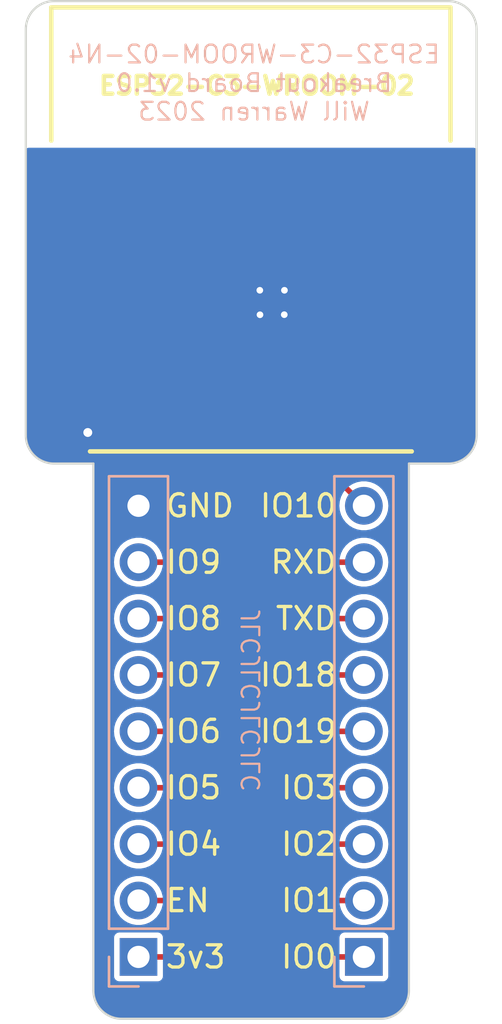
<source format=kicad_pcb>
(kicad_pcb (version 20221018) (generator pcbnew)
  (layers (0 "F.Cu" signal) (31 "B.Cu" signal) (34 "B.Paste" user) (35 "F.Paste" user) (36 "B.SilkS" user "B.Silkscreen") (37 "F.SilkS" user "F.Silkscreen") (38 "B.Mask" user) (39 "F.Mask" user) (44 "Edge.Cuts" user))
  (net 0 "")
  (net 1 "+3V3")
  (net 2 "GND")
  (net 3 "EN")
  (net 4 "IO0")
  (net 5 "IO1")
  (net 6 "IO2")
  (net 7 "IO3")
  (net 8 "IO19")
  (net 9 "IO18")
  (net 10 "TXD")
  (net 11 "RXD")
  (net 12 "IO10")
  (net 13 "IO9")
  (net 14 "IO8")
  (net 15 "IO7")
  (net 16 "IO6")
  (net 17 "IO5")
  (net 18 "IO4")
  (footprint "ESP32-C3-WROOM-02-N4:ESP32C3WROOM02N4" (layer "F.Cu") (at 176.207 71.495)
    (fp_text reference "IC1" hide)
    (fp_text value "ESP32-C3-WROOM-02-N4" hide)
    (fp_line (start -9.96 -13.3) (end -9.96 -13.3) (stroke (width 0.2)) (layer "F.SilkS"))
    (fp_line (start -9.96 -13.3) (end -9.96 -13.3) (stroke (width 0.2)) (layer "F.SilkS"))
    (fp_line (start -9.96 -13.3) (end -9.96 -7.3) (stroke (width 0.2)) (layer "F.SilkS"))
    (fp_line (start -9.96 -13.3) (end 8.04 -13.3) (stroke (width 0.2)) (layer "F.SilkS"))
    (fp_line (start -9.96 -7.3) (end -9.96 -13.3) (stroke (width 0.2)) (layer "F.SilkS"))
    (fp_line (start -9.96 -7.3) (end -9.96 -7.3) (stroke (width 0.2)) (layer "F.SilkS"))
    (fp_line (start -8.21 6.7) (end -8.21 6.7) (stroke (width 0.2)) (layer "F.SilkS"))
    (fp_line (start -8.21 6.7) (end 6.29 6.7) (stroke (width 0.2)) (layer "F.SilkS"))
    (fp_line (start 6.29 6.7) (end -8.21 6.7) (stroke (width 0.2)) (layer "F.SilkS"))
    (fp_line (start 6.29 6.7) (end 6.29 6.7) (stroke (width 0.2)) (layer "F.SilkS"))
    (fp_line (start 8.04 -13.3) (end -9.96 -13.3) (stroke (width 0.2)) (layer "F.SilkS"))
    (fp_line (start 8.04 -13.3) (end 8.04 -13.3) (stroke (width 0.2)) (layer "F.SilkS"))
    (fp_line (start 8.04 -13.3) (end 8.04 -13.3) (stroke (width 0.2)) (layer "F.SilkS"))
    (fp_line (start 8.04 -13.3) (end 8.04 -7.3) (stroke (width 0.2)) (layer "F.SilkS"))
    (fp_line (start 8.04 -7.3) (end 8.04 -13.3) (stroke (width 0.2)) (layer "F.SilkS"))
    (fp_line (start 8.04 -7.3) (end 8.04 -7.3) (stroke (width 0.2)) (layer "F.SilkS"))
    (pad "1" smd rect (at -9.71 -6.2 90) (size 0.9 1.5) (layers "F.Cu" "F.Paste" "F.Mask") (net 1 "+3V3"))
    (pad "2" smd rect (at -9.71 -4.7 90) (size 0.9 1.5) (layers "F.Cu" "F.Paste" "F.Mask") (net 3 "EN"))
    (pad "3" smd rect (at -9.71 -3.2 90) (size 0.9 1.5) (layers "F.Cu" "F.Paste" "F.Mask") (net 18 "IO4"))
    (pad "4" smd rect (at -9.71 -1.7 90) (size 0.9 1.5) (layers "F.Cu" "F.Paste" "F.Mask") (net 17 "IO5"))
    (pad "5" smd rect (at -9.71 -0.2 90) (size 0.9 1.5) (layers "F.Cu" "F.Paste" "F.Mask") (net 16 "IO6"))
    (pad "6" smd rect (at -9.71 1.3 90) (size 0.9 1.5) (layers "F.Cu" "F.Paste" "F.Mask") (net 15 "IO7"))
    (pad "7" smd rect (at -9.71 2.8 90) (size 0.9 1.5) (layers "F.Cu" "F.Paste" "F.Mask") (net 14 "IO8"))
    (pad "8" smd rect (at -9.71 4.3 90) (size 0.9 1.5) (layers "F.Cu" "F.Paste" "F.Mask") (net 13 "IO9"))
    (pad "9" smd rect (at -9.71 5.8 90) (size 0.9 1.5) (layers "F.Cu" "F.Paste" "F.Mask") (net 2 "GND"))
    (pad "10" smd rect (at 7.79 5.8 90) (size 0.9 1.5) (layers "F.Cu" "F.Paste" "F.Mask") (net 12 "IO10"))
    (pad "11" smd rect (at 7.79 4.3 90) (size 0.9 1.5) (layers "F.Cu" "F.Paste" "F.Mask") (net 11 "RXD"))
    (pad "12" smd rect (at 7.79 2.8 90) (size 0.9 1.5) (layers "F.Cu" "F.Paste" "F.Mask") (net 10 "TXD"))
    (pad "13" smd rect (at 7.79 1.3 90) (size 0.9 1.5) (layers "F.Cu" "F.Paste" "F.Mask") (net 9 "IO18"))
    (pad "14" smd rect (at 7.79 -0.2 90) (size 0.9 1.5) (layers "F.Cu" "F.Paste" "F.Mask") (net 8 "IO19"))
    (pad "15" smd rect (at 7.79 -1.7 90) (size 0.9 1.5) (layers "F.Cu" "F.Paste" "F.Mask") (net 7 "IO3"))
    (pad "16" smd rect (at 7.79 -3.2 90) (size 0.9 1.5) (layers "F.Cu" "F.Paste" "F.Mask") (net 6 "IO2"))
    (pad "17" smd rect (at 7.79 -4.7 90) (size 0.9 1.5) (layers "F.Cu" "F.Paste" "F.Mask") (net 5 "IO1"))
    (pad "18" smd rect (at 7.79 -6.2 90) (size 0.9 1.5) (layers "F.Cu" "F.Paste" "F.Mask") (net 4 "IO0"))
    (pad "19" smd rect (at 0 0 90) (size 0.7 0.7) (layers "F.Cu" "F.Paste" "F.Mask") (net 2 "GND"))
    (pad "20" smd rect (at 1.1 0 90) (size 0.7 0.7) (layers "F.Cu" "F.Paste" "F.Mask") (net 2 "GND"))
    (pad "21" smd rect (at 1.1 -1.1 90) (size 0.7 0.7) (layers "F.Cu" "F.Paste" "F.Mask") (net 2 "GND"))
    (pad "22" smd rect (at 0 -1.1 90) (size 0.7 0.7) (layers "F.Cu" "F.Paste" "F.Mask") (net 2 "GND"))
    (pad "23" smd rect (at -1.1 -1.1 90) (size 0.7 0.7) (layers "F.Cu" "F.Paste" "F.Mask") (net 2 "GND"))
    (pad "24" smd rect (at -1.1 0 90) (size 0.7 0.7) (layers "F.Cu" "F.Paste" "F.Mask") (net 2 "GND"))
    (pad "25" smd rect (at -1.1 1.1 90) (size 0.7 0.7) (layers "F.Cu" "F.Paste" "F.Mask") (net 2 "GND"))
    (pad "26" smd rect (at 0 1.1 90) (size 0.7 0.7) (layers "F.Cu" "F.Paste" "F.Mask") (net 2 "GND"))
    (pad "27" smd rect (at 1.1 1.1 90) (size 0.7 0.7) (layers "F.Cu" "F.Paste" "F.Mask") (net 2 "GND"))
  )
  (footprint "Connector_PinHeader_2.54mm:PinHeader_1x09_P2.54mm_Vertical" (layer "B.Cu") (at 170.18 100.965)
    (fp_text reference "J3" hide)
    (fp_text value "Conn_01x09_Pin")
    (fp_line (start -1.33 -21.65) (end 1.33 -21.65) (stroke (width 0.12)) (layer "B.SilkS"))
    (fp_line (start -1.33 -1.27) (end -1.33 -21.65) (stroke (width 0.12)) (layer "B.SilkS"))
    (fp_line (start -1.33 -1.27) (end 1.33 -1.27) (stroke (width 0.12)) (layer "B.SilkS"))
    (fp_line (start -1.33 0) (end -1.33 1.33) (stroke (width 0.12)) (layer "B.SilkS"))
    (fp_line (start -1.33 1.33) (end 0 1.33) (stroke (width 0.12)) (layer "B.SilkS"))
    (fp_line (start 1.33 -1.27) (end 1.33 -21.65) (stroke (width 0.12)) (layer "B.SilkS"))
    (pad "1" thru_hole rect (at 0 0) (size 1.7 1.7) (drill 1) (layers "*.Cu" "*.Mask") (net 1 "+3V3"))
    (pad "2" thru_hole oval (at 0 -2.54) (size 1.7 1.7) (drill 1) (layers "*.Cu" "*.Mask") (net 3 "EN"))
    (pad "3" thru_hole oval (at 0 -5.08) (size 1.7 1.7) (drill 1) (layers "*.Cu" "*.Mask") (net 18 "IO4"))
    (pad "4" thru_hole oval (at 0 -7.62) (size 1.7 1.7) (drill 1) (layers "*.Cu" "*.Mask") (net 17 "IO5"))
    (pad "5" thru_hole oval (at 0 -10.16) (size 1.7 1.7) (drill 1) (layers "*.Cu" "*.Mask") (net 16 "IO6"))
    (pad "6" thru_hole oval (at 0 -12.7) (size 1.7 1.7) (drill 1) (layers "*.Cu" "*.Mask") (net 15 "IO7"))
    (pad "7" thru_hole oval (at 0 -15.24) (size 1.7 1.7) (drill 1) (layers "*.Cu" "*.Mask") (net 14 "IO8"))
    (pad "8" thru_hole oval (at 0 -17.78) (size 1.7 1.7) (drill 1) (layers "*.Cu" "*.Mask") (net 13 "IO9"))
    (pad "9" thru_hole oval (at 0 -20.32) (size 1.7 1.7) (drill 1) (layers "*.Cu" "*.Mask") (net 2 "GND"))
  )
  (footprint "Connector_PinHeader_2.54mm:PinHeader_1x09_P2.54mm_Vertical" (layer "B.Cu") (at 180.34 100.965)
    (fp_text reference "J4" hide)
    (fp_text value "Conn_01x09_Pin")
    (fp_line (start -1.33 -21.65) (end 1.33 -21.65) (stroke (width 0.12)) (layer "B.SilkS"))
    (fp_line (start -1.33 -1.27) (end -1.33 -21.65) (stroke (width 0.12)) (layer "B.SilkS"))
    (fp_line (start -1.33 -1.27) (end 1.33 -1.27) (stroke (width 0.12)) (layer "B.SilkS"))
    (fp_line (start -1.33 0) (end -1.33 1.33) (stroke (width 0.12)) (layer "B.SilkS"))
    (fp_line (start -1.33 1.33) (end 0 1.33) (stroke (width 0.12)) (layer "B.SilkS"))
    (fp_line (start 1.33 -1.27) (end 1.33 -21.65) (stroke (width 0.12)) (layer "B.SilkS"))
    (pad "1" thru_hole rect (at 0 0) (size 1.7 1.7) (drill 1) (layers "*.Cu" "*.Mask") (net 4 "IO0"))
    (pad "2" thru_hole oval (at 0 -2.54) (size 1.7 1.7) (drill 1) (layers "*.Cu" "*.Mask") (net 5 "IO1"))
    (pad "3" thru_hole oval (at 0 -5.08) (size 1.7 1.7) (drill 1) (layers "*.Cu" "*.Mask") (net 6 "IO2"))
    (pad "4" thru_hole oval (at 0 -7.62) (size 1.7 1.7) (drill 1) (layers "*.Cu" "*.Mask") (net 7 "IO3"))
    (pad "5" thru_hole oval (at 0 -10.16) (size 1.7 1.7) (drill 1) (layers "*.Cu" "*.Mask") (net 8 "IO19"))
    (pad "6" thru_hole oval (at 0 -12.7) (size 1.7 1.7) (drill 1) (layers "*.Cu" "*.Mask") (net 9 "IO18"))
    (pad "7" thru_hole oval (at 0 -15.24) (size 1.7 1.7) (drill 1) (layers "*.Cu" "*.Mask") (net 10 "TXD"))
    (pad "8" thru_hole oval (at 0 -17.78) (size 1.7 1.7) (drill 1) (layers "*.Cu" "*.Mask") (net 11 "RXD"))
    (pad "9" thru_hole oval (at 0 -20.32) (size 1.7 1.7) (drill 1) (layers "*.Cu" "*.Mask") (net 12 "IO10"))
  )
  (gr_line (start 182.372 78.74) (end 182.372 102.479974) (stroke (width 0.1)) (layer "Edge.Cuts"))
  (gr_arc (start 185.42 77.47) (mid 185.048026 78.368026) (end 184.15 78.74) (stroke (width 0.1)) (layer "Edge.Cuts"))
  (gr_arc (start 165.1 59.182) (mid 165.471974 58.283974) (end 166.37 57.912) (stroke (width 0.1)) (layer "Edge.Cuts"))
  (gr_line (start 185.42 59.182) (end 185.42 77.47) (stroke (width 0.1)) (layer "Edge.Cuts"))
  (gr_line (start 184.15 78.74) (end 182.372 78.74) (stroke (width 0.1)) (layer "Edge.Cuts"))
  (gr_arc (start 169.418 103.749974) (mid 168.519974 103.378) (end 168.148 102.479974) (stroke (width 0.1)) (layer "Edge.Cuts"))
  (gr_line (start 166.37 57.912) (end 184.15 57.912) (stroke (width 0.1)) (layer "Edge.Cuts"))
  (gr_arc (start 182.372 102.479974) (mid 182.000026 103.378) (end 181.102 103.749974) (stroke (width 0.1)) (layer "Edge.Cuts"))
  (gr_line (start 168.148 78.74) (end 166.37 78.74) (stroke (width 0.1)) (layer "Edge.Cuts"))
  (gr_line (start 168.148 102.479974) (end 168.148 78.74) (stroke (width 0.1)) (layer "Edge.Cuts"))
  (gr_line (start 181.102 103.749974) (end 169.418 103.749974) (stroke (width 0.1)) (layer "Edge.Cuts"))
  (gr_arc (start 166.37 78.74) (mid 165.471974 78.368026) (end 165.1 77.47) (stroke (width 0.1)) (layer "Edge.Cuts"))
  (gr_line (start 165.1 77.47) (end 165.1 59.182) (stroke (width 0.1)) (layer "Edge.Cuts"))
  (gr_arc (start 184.15 57.912) (mid 185.048026 58.283974) (end 185.42 59.182) (stroke (width 0.1)) (layer "Edge.Cuts"))
  (gr_text "JLCJLCJLCJLC" (at 175.26 89.408 90) (layer "B.SilkS") (effects (font (size 0.8 0.8) (thickness 0.1)) (justify mirror)))
  (gr_text "ESP32-C3-WROOM-02-N4\nBreakout Board v1.0\nWill Warren 2023" (at 175.387 61.595) (layer "B.SilkS") (effects (font (size 0.8 0.8) (thickness 0.1)) (justify mirror)))
  (gr_text "TXD" (at 179.197 85.725) (layer "F.SilkS") (effects (font (size 1 1)) (justify right)))
  (gr_text "IO7" (at 171.323 88.265) (layer "F.SilkS") (effects (font (size 1 1)) (justify left)))
  (gr_text "GND" (at 171.323 80.645) (layer "F.SilkS") (effects (font (size 1 1)) (justify left)))
  (gr_text "3v3" (at 171.323 100.965) (layer "F.SilkS") (effects (font (size 1 1)) (justify left)))
  (gr_text "IO3" (at 179.197 93.345) (layer "F.SilkS") (effects (font (size 1 1)) (justify right)))
  (gr_text "IO9" (at 171.323 83.185) (layer "F.SilkS") (effects (font (size 1 1)) (justify left)))
  (gr_text "IO8" (at 171.323 85.725) (layer "F.SilkS") (effects (font (size 1 1)) (justify left)))
  (gr_text "IO19" (at 179.197 90.805) (layer "F.SilkS") (effects (font (size 1 1)) (justify right)))
  (gr_text "EN" (at 171.323 98.425) (layer "F.SilkS") (effects (font (size 1 1)) (justify left)))
  (gr_text "IO18" (at 179.197 88.265) (layer "F.SilkS") (effects (font (size 1 1)) (justify right)))
  (gr_text "ESP32-C3-WROOM-02" (at 175.514 61.722) (layer "F.SilkS") (effects (font (size 0.8 0.8) (thickness 0.2) bold)))
  (gr_text "IO6" (at 171.323 90.805) (layer "F.SilkS") (effects (font (size 1 1)) (justify left)))
  (gr_text "IO0" (at 179.197 100.965) (layer "F.SilkS") (effects (font (size 1 1)) (justify right)))
  (gr_text "IO4" (at 171.323 95.885) (layer "F.SilkS") (effects (font (size 1 1)) (justify left)))
  (gr_text "RXD" (at 179.197 83.185) (layer "F.SilkS") (effects (font (size 1 1)) (justify right)))
  (gr_text "IO5" (at 171.323 93.345) (layer "F.SilkS") (effects (font (size 1 1)) (justify left)))
  (gr_text "IO10" (at 179.197 80.645) (layer "F.SilkS") (effects (font (size 1 1)) (justify right)))
  (gr_text "IO2" (at 179.197 95.885) (layer "F.SilkS") (effects (font (size 1 1)) (justify right)))
  (gr_text "IO1" (at 179.197 98.425) (layer "F.SilkS") (effects (font (size 1 1)) (justify right)))
  (segment (start 175.006 74.041) (end 175.006 99.06) (width 0.25) (layer "F.Cu") (net 1))
  (segment (start 173.101 100.965) (end 170.18 100.965) (width 0.25) (layer "F.Cu") (net 1))
  (segment (start 175.006 99.06) (end 173.101 100.965) (width 0.25) (layer "F.Cu") (net 1))
  (segment (start 174.117 66.167) (end 174.117 73.152) (width 0.25) (layer "F.Cu") (net 1))
  (segment (start 166.497 65.295) (end 173.245 65.295) (width 0.25) (layer "F.Cu") (net 1))
  (segment (start 173.245 65.295) (end 174.117 66.167) (width 0.25) (layer "F.Cu") (net 1))
  (segment (start 174.117 73.152) (end 175.006 74.041) (width 0.25) (layer "F.Cu") (net 1))
  (segment (start 166.497 77.295) (end 167.846 77.295) (width 0.5) (layer "F.Cu") (net 2))
  (segment (start 177.307 72.595) (end 176.207 72.595) (width 0.5) (layer "F.Cu") (net 2))
  (segment (start 176.207 70.395) (end 175.107 70.395) (width 0.5) (layer "F.Cu") (net 2))
  (segment (start 177.307 72.595) (end 177.307 71.495) (width 0.5) (layer "F.Cu") (net 2))
  (segment (start 176.207 71.495) (end 176.207 70.395) (width 0.5) (layer "F.Cu") (net 2))
  (segment (start 175.107 72.595) (end 176.207 72.595) (width 0.5) (layer "F.Cu") (net 2))
  (segment (start 177.307 70.395) (end 176.207 70.395) (width 0.5) (layer "F.Cu") (net 2))
  (segment (start 175.107 71.495) (end 175.107 72.595) (width 0.5) (layer "F.Cu") (net 2))
  (segment (start 177.307 71.495) (end 176.207 71.495) (width 0.5) (layer "F.Cu") (net 2))
  (segment (start 177.307 71.495) (end 177.307 70.395) (width 0.5) (layer "F.Cu") (net 2))
  (segment (start 175.107 71.495) (end 176.207 71.495) (width 0.5) (layer "F.Cu") (net 2))
  (segment (start 175.107 71.495) (end 175.107 70.395) (width 0.5) (layer "F.Cu") (net 2))
  (segment (start 176.207 72.595) (end 176.207 71.495) (width 0.5) (layer "F.Cu") (net 2))
  (via (at 176.759238 70.93768) (size 0.8) (drill 0.3) (layers "F.Cu" "B.Cu") (net 2))
  (via (at 175.648902 70.93768) (size 0.8) (drill 0.3) (layers "F.Cu" "B.Cu") (net 2))
  (via (at 175.656805 72.040113) (size 0.8) (drill 0.3) (layers "F.Cu" "B.Cu") (net 2))
  (via (at 167.894 77.343) (size 0.8) (drill 0.4) (layers "F.Cu" "B.Cu") (net 2))
  (via (at 176.751335 72.036162) (size 0.8) (drill 0.3) (layers "F.Cu" "B.Cu") (net 2))
  (segment (start 174.556 96.97) (end 173.101 98.425) (width 0.25) (layer "F.Cu") (net 3))
  (segment (start 173.667 73.464) (end 174.556 74.353) (width 0.25) (layer "F.Cu") (net 3))
  (segment (start 173.101 98.425) (end 170.18 98.425) (width 0.25) (layer "F.Cu") (net 3))
  (segment (start 173.667 67.691) (end 173.667 73.464) (width 0.25) (layer "F.Cu") (net 3))
  (segment (start 172.771 66.795) (end 173.667 67.691) (width 0.25) (layer "F.Cu") (net 3))
  (segment (start 166.497 66.795) (end 172.771 66.795) (width 0.25) (layer "F.Cu") (net 3))
  (segment (start 174.556 74.353) (end 174.556 96.97) (width 0.25) (layer "F.Cu") (net 3))
  (segment (start 180.34 100.965) (end 177.419 100.965) (width 0.25) (layer "F.Cu") (net 4))
  (segment (start 178.181 66.294) (end 179.18 65.295) (width 0.25) (layer "F.Cu") (net 4))
  (segment (start 175.514 75.946) (end 178.181 73.279) (width 0.25) (layer "F.Cu") (net 4))
  (segment (start 179.18 65.295) (end 183.997 65.295) (width 0.25) (layer "F.Cu") (net 4))
  (segment (start 177.419 100.965) (end 175.514 99.06) (width 0.25) (layer "F.Cu") (net 4))
  (segment (start 175.514 99.06) (end 175.514 75.946) (width 0.25) (layer "F.Cu") (net 4))
  (segment (start 178.181 73.279) (end 178.181 66.294) (width 0.25) (layer "F.Cu") (net 4))
  (segment (start 175.964 96.9355) (end 175.964 76.132396) (width 0.25) (layer "F.Cu") (net 5))
  (segment (start 178.689 67.818) (end 179.712 66.795) (width 0.25) (layer "F.Cu") (net 5))
  (segment (start 179.712 66.795) (end 183.997 66.795) (width 0.25) (layer "F.Cu") (net 5))
  (segment (start 180.34 98.425) (end 177.4535 98.425) (width 0.25) (layer "F.Cu") (net 5))
  (segment (start 177.4535 98.425) (end 175.964 96.9355) (width 0.25) (layer "F.Cu") (net 5))
  (segment (start 178.689 73.407396) (end 178.689 67.818) (width 0.25) (layer "F.Cu") (net 5))
  (segment (start 175.964 76.132396) (end 178.689 73.407396) (width 0.25) (layer "F.Cu") (net 5))
  (segment (start 177.419 95.885) (end 180.34 95.885) (width 0.25) (layer "F.Cu") (net 6))
  (segment (start 183.997 68.295) (end 180.059 68.295) (width 0.25) (layer "F.Cu") (net 6))
  (segment (start 180.059 68.295) (end 179.139 69.215) (width 0.25) (layer "F.Cu") (net 6))
  (segment (start 176.414 94.88) (end 177.419 95.885) (width 0.25) (layer "F.Cu") (net 6))
  (segment (start 179.139 73.729) (end 176.414 76.454) (width 0.25) (layer "F.Cu") (net 6))
  (segment (start 176.414 76.454) (end 176.414 94.88) (width 0.25) (layer "F.Cu") (net 6))
  (segment (start 179.139 69.215) (end 179.139 73.729) (width 0.25) (layer "F.Cu") (net 6))
  (segment (start 183.997 69.795) (end 180.533 69.795) (width 0.25) (layer "F.Cu") (net 7))
  (segment (start 179.589 70.739) (end 179.589 74.11) (width 0.25) (layer "F.Cu") (net 7))
  (segment (start 179.589 74.11) (end 176.864 76.835) (width 0.25) (layer "F.Cu") (net 7))
  (segment (start 176.864 92.409) (end 177.8 93.345) (width 0.25) (layer "F.Cu") (net 7))
  (segment (start 176.864 76.835) (end 176.864 92.409) (width 0.25) (layer "F.Cu") (net 7))
  (segment (start 180.533 69.795) (end 179.589 70.739) (width 0.25) (layer "F.Cu") (net 7))
  (segment (start 177.8 93.345) (end 180.34 93.345) (width 0.25) (layer "F.Cu") (net 7))
  (segment (start 177.314 89.557) (end 178.562 90.805) (width 0.25) (layer "F.Cu") (net 8))
  (segment (start 180.039 74.364) (end 177.314 77.089) (width 0.25) (layer "F.Cu") (net 8))
  (segment (start 183.997 71.295) (end 181.134 71.295) (width 0.25) (layer "F.Cu") (net 8))
  (segment (start 177.314 77.089) (end 177.314 89.557) (width 0.25) (layer "F.Cu") (net 8))
  (segment (start 181.134 71.295) (end 180.039 72.39) (width 0.25) (layer "F.Cu") (net 8))
  (segment (start 180.039 72.39) (end 180.039 74.364) (width 0.25) (layer "F.Cu") (net 8))
  (segment (start 178.562 90.805) (end 180.34 90.805) (width 0.25) (layer "F.Cu") (net 8))
  (segment (start 182.244396 72.795) (end 183.997 72.795) (width 0.25) (layer "F.Cu") (net 9))
  (segment (start 177.764 77.275396) (end 182.244396 72.795) (width 0.25) (layer "F.Cu") (net 9))
  (segment (start 177.764 87.122) (end 177.764 77.275396) (width 0.25) (layer "F.Cu") (net 9))
  (segment (start 180.34 88.265) (end 178.907 88.265) (width 0.25) (layer "F.Cu") (net 9))
  (segment (start 178.907 88.265) (end 177.764 87.122) (width 0.25) (layer "F.Cu") (net 9))
  (segment (start 181.380792 74.295) (end 183.997 74.295) (width 0.25) (layer "F.Cu") (net 10))
  (segment (start 178.8325 85.725) (end 178.214 85.1065) (width 0.25) (layer "F.Cu") (net 10))
  (segment (start 180.34 85.725) (end 178.8325 85.725) (width 0.25) (layer "F.Cu") (net 10))
  (segment (start 178.214 85.1065) (end 178.214 77.461792) (width 0.25) (layer "F.Cu") (net 10))
  (segment (start 178.214 77.461792) (end 181.380792 74.295) (width 0.25) (layer "F.Cu") (net 10))
  (segment (start 178.664 77.851) (end 178.664 82.677) (width 0.25) (layer "F.Cu") (net 11))
  (segment (start 178.664 82.677) (end 179.172 83.185) (width 0.25) (layer "F.Cu") (net 11))
  (segment (start 183.997 75.795) (end 180.72 75.795) (width 0.25) (layer "F.Cu") (net 11))
  (segment (start 180.72 75.795) (end 178.664 77.851) (width 0.25) (layer "F.Cu") (net 11))
  (segment (start 179.172 83.185) (end 180.34 83.185) (width 0.25) (layer "F.Cu") (net 11))
  (segment (start 179.114 78.037396) (end 179.856396 77.295) (width 0.25) (layer "F.Cu") (net 12))
  (segment (start 179.114 79.419) (end 179.114 78.037396) (width 0.25) (layer "F.Cu") (net 12))
  (segment (start 180.34 80.645) (end 179.114 79.419) (width 0.25) (layer "F.Cu") (net 12))
  (segment (start 179.856396 77.295) (end 183.997 77.295) (width 0.25) (layer "F.Cu") (net 12))
  (segment (start 171.831 77.724) (end 171.831 82.677) (width 0.25) (layer "F.Cu") (net 13))
  (segment (start 171.831 82.677) (end 171.323 83.185) (width 0.25) (layer "F.Cu") (net 13))
  (segment (start 166.497 75.795) (end 169.902 75.795) (width 0.25) (layer "F.Cu") (net 13))
  (segment (start 171.323 83.185) (end 170.18 83.185) (width 0.25) (layer "F.Cu") (net 13))
  (segment (start 169.902 75.795) (end 171.831 77.724) (width 0.25) (layer "F.Cu") (net 13))
  (segment (start 172.306 85.09) (end 171.671 85.725) (width 0.25) (layer "F.Cu") (net 14))
  (segment (start 171.671 85.725) (end 170.18 85.725) (width 0.25) (layer "F.Cu") (net 14))
  (segment (start 166.497 74.295) (end 169.291 74.295) (width 0.25) (layer "F.Cu") (net 14))
  (segment (start 169.291 74.295) (end 172.306 77.31) (width 0.25) (layer "F.Cu") (net 14))
  (segment (start 172.306 77.31) (end 172.306 85.09) (width 0.25) (layer "F.Cu") (net 14))
  (segment (start 171.577 88.265) (end 172.756 87.086) (width 0.25) (layer "F.Cu") (net 15))
  (segment (start 172.756 87.086) (end 172.756 75.475396) (width 0.25) (layer "F.Cu") (net 15))
  (segment (start 170.075604 72.795) (end 166.497 72.795) (width 0.25) (layer "F.Cu") (net 15))
  (segment (start 170.18 88.265) (end 171.577 88.265) (width 0.25) (layer "F.Cu") (net 15))
  (segment (start 172.756 75.475396) (end 170.075604 72.795) (width 0.25) (layer "F.Cu") (net 15))
  (segment (start 166.497 71.295) (end 171.244 71.295) (width 0.25) (layer "F.Cu") (net 16))
  (segment (start 172.317 72.368) (end 172.317 74.4) (width 0.25) (layer "F.Cu") (net 16))
  (segment (start 173.206 75.289) (end 173.206 89.557) (width 0.25) (layer "F.Cu") (net 16))
  (segment (start 171.958 90.805) (end 170.18 90.805) (width 0.25) (layer "F.Cu") (net 16))
  (segment (start 173.206 89.557) (end 171.958 90.805) (width 0.25) (layer "F.Cu") (net 16))
  (segment (start 172.317 74.4) (end 173.206 75.289) (width 0.25) (layer "F.Cu") (net 16))
  (segment (start 171.244 71.295) (end 172.317 72.368) (width 0.25) (layer "F.Cu") (net 16))
  (segment (start 166.497 69.795) (end 171.823 69.795) (width 0.25) (layer "F.Cu") (net 17))
  (segment (start 172.767 70.739) (end 172.767 74.088) (width 0.25) (layer "F.Cu") (net 17))
  (segment (start 173.656 74.977) (end 173.656 92.456) (width 0.25) (layer "F.Cu") (net 17))
  (segment (start 172.767 74.088) (end 173.656 74.977) (width 0.25) (layer "F.Cu") (net 17))
  (segment (start 171.823 69.795) (end 172.767 70.739) (width 0.25) (layer "F.Cu") (net 17))
  (segment (start 173.656 92.456) (end 172.767 93.345) (width 0.25) (layer "F.Cu") (net 17))
  (segment (start 172.767 93.345) (end 170.18 93.345) (width 0.25) (layer "F.Cu") (net 17))
  (segment (start 172.297 68.295) (end 173.217 69.215) (width 0.25) (layer "F.Cu") (net 18))
  (segment (start 166.497 68.295) (end 172.297 68.295) (width 0.25) (layer "F.Cu") (net 18))
  (segment (start 173.217 69.215) (end 173.217 73.776) (width 0.25) (layer "F.Cu") (net 18))
  (segment (start 173.101 95.885) (end 170.18 95.885) (width 0.25) (layer "F.Cu") (net 18))
  (segment (start 173.217 73.776) (end 174.106 74.665) (width 0.25) (layer "F.Cu") (net 18))
  (segment (start 174.106 74.665) (end 174.106 94.88) (width 0.25) (layer "F.Cu") (net 18))
  (segment (start 174.106 94.88) (end 173.101 95.885) (width 0.25) (layer "F.Cu") (net 18))
  (zone (net 2) (net_name "GND") (layer "B.Cu") (connect_pads yes (clearance 0.25)) (min_thickness 0.25) (fill yes (thermal_gap 0.5) (thermal_bridge_width 0.5))
    (polygon (pts (xy 165.1 64.516) (xy 185.42 64.516) (xy 185.42 104.013) (xy 165.1 104.013)))
  )
)
</source>
